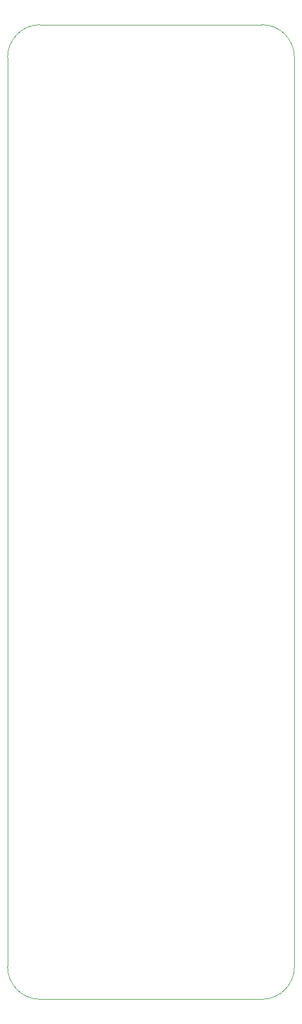
<source format=gbr>
%TF.GenerationSoftware,KiCad,Pcbnew,7.0.6-7.0.6~ubuntu22.04.1*%
%TF.CreationDate,2023-08-02T18:39:05+01:00*%
%TF.ProjectId,working,776f726b-696e-4672-9e6b-696361645f70,rev?*%
%TF.SameCoordinates,Original*%
%TF.FileFunction,Profile,NP*%
%FSLAX46Y46*%
G04 Gerber Fmt 4.6, Leading zero omitted, Abs format (unit mm)*
G04 Created by KiCad (PCBNEW 7.0.6-7.0.6~ubuntu22.04.1) date 2023-08-02 18:39:05*
%MOMM*%
%LPD*%
G01*
G04 APERTURE LIST*
%TA.AperFunction,Profile*%
%ADD10C,0.100000*%
%TD*%
G04 APERTURE END LIST*
D10*
%TO.C,REF\u002A\u002A*%
X-22000000Y69500000D02*
X-22000000Y-69500000D01*
X-17000000Y-74500000D02*
X17000000Y-74500000D01*
X17000000Y74500000D02*
X-17000000Y74500000D01*
X22000000Y-69500000D02*
X22000000Y69500000D01*
X-17000000Y74500000D02*
G75*
G03*
X-22000000Y69500000I1J-5000001D01*
G01*
X-22000000Y-69500000D02*
G75*
G03*
X-17000000Y-74500000I5000001J1D01*
G01*
X22000000Y69500000D02*
G75*
G03*
X17000000Y74500000I-5000000J0D01*
G01*
X17000000Y-74500000D02*
G75*
G03*
X22000000Y-69500000I0J5000000D01*
G01*
%TD*%
M02*

</source>
